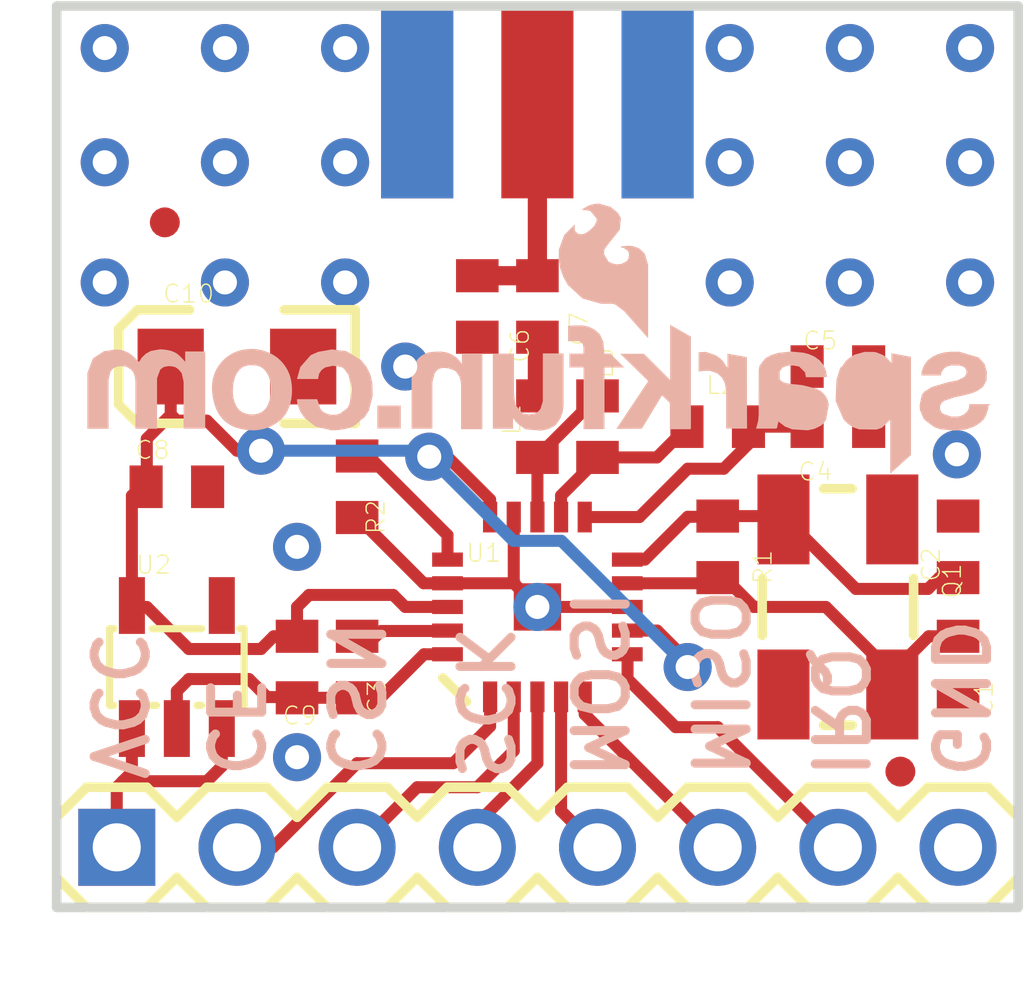
<source format=kicad_pcb>
(kicad_pcb (version 20211014) (generator pcbnew)
  (layers (0 "F.Cu" signal) (31 "B.Cu" signal) (34 "B.Paste" user) (35 "F.Paste" user) (36 "B.SilkS" user "B.Silkscreen") (37 "F.SilkS" user "F.Silkscreen") (38 "B.Mask" user) (39 "F.Mask" user) (44 "Edge.Cuts" user))
  (net 0 "")
  (net 1 "GND")
  (net 2 "VCC")
  (net 3 "N$1")
  (net 4 "N$2")
  (net 5 "N$6")
  (net 6 "N$7")
  (net 7 "N$4")
  (net 8 "N$5")
  (net 9 "ANT")
  (net 10 "N$3")
  (net 11 "N$9")
  (net 12 "CE")
  (net 13 "CSN")
  (net 14 "SCK")
  (net 15 "MOSI")
  (net 16 "MISO")
  (net 17 "IQR")
  (net 18 "RAW")
  (footprint "boardEagle:EIA3216" (layer "F.Cu") (at 142.1511 103.0986 180)
    (fp_text reference "C10" (at 1.589 1.539) (layer "F.SilkS") (effects (font (size 0.376489 0.376489) (thickness 0.029911)) (justify left)))
    (fp_text value "10uF")
    (pad "A" smd rect (at 1.4 0 270) (size 1.6 1.4) (layers "F.Cu" "F.Paste" "F.Mask") (net 2 "VCC"))
    (pad "C" smd rect (at -1.4 0 270) (size 1.6 1.4) (layers "F.Cu" "F.Paste" "F.Mask") (net 1 "GND"))
  )
  (footprint "boardEagle:1X08" (layer "F.Cu") (at 139.6111 113.2586)
    (fp_text reference "JP1" hide)
    (fp_text value "")
    (pad "1" thru_hole rect (at 0 0 90) (size 1.6256 1.6256) (drill 1.016) (layers *.Cu *.Mask) (net 18 "RAW"))
    (pad "2" thru_hole circle (at 2.54 0 90) (size 1.6256 1.6256) (drill 1.016) (layers *.Cu *.Mask) (net 12 "CE"))
    (pad "3" thru_hole circle (at 5.08 0 90) (size 1.6256 1.6256) (drill 1.016) (layers *.Cu *.Mask) (net 13 "CSN"))
    (pad "4" thru_hole circle (at 7.62 0 90) (size 1.6256 1.6256) (drill 1.016) (layers *.Cu *.Mask) (net 14 "SCK"))
    (pad "5" thru_hole circle (at 10.16 0 90) (size 1.6256 1.6256) (drill 1.016) (layers *.Cu *.Mask) (net 15 "MOSI"))
    (pad "6" thru_hole circle (at 12.7 0 90) (size 1.6256 1.6256) (drill 1.016) (layers *.Cu *.Mask) (net 16 "MISO"))
    (pad "7" thru_hole circle (at 15.24 0 90) (size 1.6256 1.6256) (drill 1.016) (layers *.Cu *.Mask) (net 17 "IQR"))
    (pad "8" thru_hole circle (at 17.78 0 90) (size 1.6256 1.6256) (drill 1.016) (layers *.Cu *.Mask) (net 1 "GND"))
  )
  (footprint "boardEagle:C0402" (layer "F.Cu") (at 154.8511 104.3686)
    (fp_text reference "C4" (at -0.8636 0.9525) (layer "F.SilkS") (effects (font (size 0.376489 0.376489) (thickness 0.029911)) (justify left)))
    (fp_text value "2.2nF")
    (pad "1" smd rect (at -0.65 0) (size 0.7 0.9) (layers "F.Cu" "F.Paste" "F.Mask") (net 6 "N$7"))
    (pad "2" smd rect (at 0.65 0) (size 0.7 0.9) (layers "F.Cu" "F.Paste" "F.Mask") (net 1 "GND"))
  )
  (footprint "boardEagle:C0402" (layer "F.Cu") (at 147.2311 101.8286 90)
    (fp_text reference "C6" (at -1.2192 0.9017 90) (layer "F.SilkS") (effects (font (size 0.376489 0.376489) (thickness 0.029911)) (justify left)))
    (fp_text value "1.0pF")
    (pad "1" smd rect (at -0.65 0 90) (size 0.7 0.9) (layers "F.Cu" "F.Paste" "F.Mask") (net 1 "GND"))
    (pad "2" smd rect (at 0.65 0 90) (size 0.7 0.9) (layers "F.Cu" "F.Paste" "F.Mask") (net 9 "ANT"))
  )
  (footprint "boardEagle:CRYSTAL-SMD-5X3" (layer "F.Cu") (at 154.8511 108.1786 90)
    (fp_text reference "Q1" (at 0.1524 2.413 90) (layer "F.SilkS") (effects (font (size 0.376489 0.376489) (thickness 0.029911)) (justify left)))
    (fp_text value "16MHz")
    (pad "1" smd rect (at -1.85 1.15 90) (size 1.9 1.1) (layers "F.Cu" "F.Paste" "F.Mask") (net 3 "N$1"))
    (pad "2" smd rect (at 1.85 1.15 90) (size 1.9 1.1) (layers "F.Cu" "F.Paste" "F.Mask"))
    (pad "3" smd rect (at 1.85 -1.15 90) (size 1.9 1.1) (layers "F.Cu" "F.Paste" "F.Mask") (net 4 "N$2"))
    (pad "4" smd rect (at -1.85 -1.15 90) (size 1.9 1.1) (layers "F.Cu" "F.Paste" "F.Mask"))
  )
  (footprint "boardEagle:C0402" (layer "F.Cu") (at 152.3111 106.9086 90)
    (fp_text reference "R1" (at -0.8128 0.9525 90) (layer "F.SilkS") (effects (font (size 0.376489 0.376489) (thickness 0.029911)) (justify left)))
    (fp_text value "1M")
    (pad "1" smd rect (at -0.65 0 90) (size 0.7 0.9) (layers "F.Cu" "F.Paste" "F.Mask") (net 3 "N$1"))
    (pad "2" smd rect (at 0.65 0 90) (size 0.7 0.9) (layers "F.Cu" "F.Paste" "F.Mask") (net 4 "N$2"))
  )
  (footprint "boardEagle:SMA-EDGE" (layer "F.Cu") (at 151.0403 97.5113 180)
    (fp_text reference "J$1" hide)
    (fp_text value "SMA_EDGE" hide)
    (pad "GND@0" smd rect (at 0 0 180) (size 1.524 4.064) (layers "F.Cu" "F.Mask") (net 1 "GND"))
    (pad "GND@1" smd rect (at 5.08 0 180) (size 1.524 4.064) (layers "F.Cu" "F.Mask") (net 1 "GND"))
    (pad "GND@2" smd rect (at 0 0 180) (size 1.524 4.064) (layers "B.Cu" "B.Paste" "B.Mask") (net 1 "GND"))
    (pad "GND@3" smd rect (at 5.08 0 180) (size 1.524 4.064) (layers "B.Cu" "B.Paste" "B.Mask") (net 1 "GND"))
    (pad "SIG" smd rect (at 2.54 0 180) (size 1.524 4.064) (layers "F.Cu" "F.Mask") (net 9 "ANT"))
  )
  (footprint "boardEagle:C0402" (layer "F.Cu") (at 157.3911 106.9086 90)
    (fp_text reference "C2" (at -0.762 -0.5715 90) (layer "F.SilkS") (effects (font (size 0.376489 0.376489) (thickness 0.029911)) (justify left)))
    (fp_text value "22pF")
    (pad "1" smd rect (at -0.65 0 90) (size 0.7 0.9) (layers "F.Cu" "F.Paste" "F.Mask") (net 4 "N$2"))
    (pad "2" smd rect (at 0.65 0 90) (size 0.7 0.9) (layers "F.Cu" "F.Paste" "F.Mask") (net 1 "GND"))
  )
  (footprint "boardEagle:MICRO-FIDUCIAL" (layer "F.Cu") (at 140.6271 100.0506)
    (fp_text reference "FID2" hide)
    (fp_text value "FIDUCIALUFIDUCIAL" hide)
    (pad "1" smd roundrect (at 0 0) (size 0.635 0.635) (layers "F.Cu" "F.Mask") (roundrect_rratio 0.5))
  )
  (footprint "boardEagle:C0402" (layer "F.Cu") (at 143.4211 109.4486 90)
    (fp_text reference "C9" (at -1.0287 -0.3302) (layer "F.SilkS") (effects (font (size 0.376489 0.376489) (thickness 0.029911)) (justify left)))
    (fp_text value "1nF")
    (pad "1" smd rect (at -0.65 0 90) (size 0.7 0.9) (layers "F.Cu" "F.Paste" "F.Mask") (net 1 "GND"))
    (pad "2" smd rect (at 0.65 0 90) (size 0.7 0.9) (layers "F.Cu" "F.Paste" "F.Mask") (net 2 "VCC"))
  )
  (footprint "boardEagle:C0402" (layer "F.Cu") (at 140.8811 105.6386 180)
    (fp_text reference "C8" (at 0.127 0.7747) (layer "F.SilkS") (effects (font (size 0.376489 0.376489) (thickness 0.029911)) (justify right)))
    (fp_text value "10nF")
    (pad "1" smd rect (at -0.65 0 180) (size 0.7 0.9) (layers "F.Cu" "F.Paste" "F.Mask") (net 1 "GND"))
    (pad "2" smd rect (at 0.65 0 180) (size 0.7 0.9) (layers "F.Cu" "F.Paste" "F.Mask") (net 2 "VCC"))
  )
  (footprint "boardEagle:QFN20" (layer "F.Cu") (at 148.5011 108.1786 90)
    (fp_text reference "U1" (at 1.1417 -0.7365) (layer "F.SilkS") (effects (font (size 0.376489 0.376489) (thickness 0.029911)) (justify right)))
    (fp_text value "NRF24L01SMD")
    (pad "0" smd rect (at 0 0 270) (size 1 1) (layers "F.Cu" "F.Mask") (net 1 "GND"))
    (pad "1" smd rect (at -1.9 -1 90) (size 0.65 0.3) (layers "F.Cu" "F.Mask") (net 12 "CE"))
    (pad "2" smd rect (at -1.9 -0.5 90) (size 0.65 0.3) (layers "F.Cu" "F.Mask") (net 13 "CSN"))
    (pad "3" smd rect (at -1.9 0 90) (size 0.65 0.3) (layers "F.Cu" "F.Mask") (net 14 "SCK"))
    (pad "4" smd rect (at -1.9 0.5 90) (size 0.65 0.3) (layers "F.Cu" "F.Mask") (net 15 "MOSI"))
    (pad "5" smd rect (at -1.9 1 270) (size 0.65 0.3) (layers "F.Cu" "F.Mask") (net 16 "MISO"))
    (pad "6" smd rect (at -1 1.9) (size 0.65 0.3) (layers "F.Cu" "F.Mask") (net 17 "IQR"))
    (pad "7" smd rect (at -0.5 1.9) (size 0.65 0.3) (layers "F.Cu" "F.Mask") (net 2 "VCC"))
    (pad "8" smd rect (at 0 1.9) (size 0.65 0.3) (layers "F.Cu" "F.Mask") (net 1 "GND"))
    (pad "9" smd rect (at 0.5 1.9 180) (size 0.65 0.3) (layers "F.Cu" "F.Mask") (net 3 "N$1"))
    (pad "10" smd rect (at 1 1.9 180) (size 0.65 0.3) (layers "F.Cu" "F.Mask") (net 4 "N$2"))
    (pad "11" smd rect (at 1.9 1 270) (size 0.65 0.3) (layers "F.Cu" "F.Mask") (net 6 "N$7"))
    (pad "12" smd rect (at 1.9 0.5 270) (size 0.65 0.3) (layers "F.Cu" "F.Mask") (net 10 "N$3"))
    (pad "13" smd rect (at 1.9 0 90) (size 0.65 0.3) (layers "F.Cu" "F.Mask") (net 5 "N$6"))
    (pad "14" smd rect (at 1.9 -0.5 90) (size 0.65 0.3) (layers "F.Cu" "F.Mask") (net 1 "GND"))
    (pad "15" smd rect (at 1.9 -1 90) (size 0.65 0.3) (layers "F.Cu" "F.Mask") (net 2 "VCC"))
    (pad "16" smd rect (at 1 -1.9 180) (size 0.65 0.3) (layers "F.Cu" "F.Mask") (net 7 "N$4"))
    (pad "17" smd rect (at 0.5 -1.9) (size 0.65 0.3) (layers "F.Cu" "F.Mask") (net 1 "GND"))
    (pad "18" smd rect (at 0 -1.9 180) (size 0.65 0.3) (layers "F.Cu" "F.Mask") (net 2 "VCC"))
    (pad "19" smd rect (at -0.5 -1.9 180) (size 0.65 0.3) (layers "F.Cu" "F.Mask") (net 8 "N$5"))
    (pad "20" smd rect (at -1 -1.9 180) (size 0.65 0.3) (layers "F.Cu" "F.Mask") (net 1 "GND"))
  )
  (footprint "boardEagle:C0402" (layer "F.Cu") (at 144.6911 105.6386 -90)
    (fp_text reference "R2" (at 0.254 -0.3937 90) (layer "F.SilkS") (effects (font (size 0.376489 0.376489) (thickness 0.029911)) (justify right)))
    (fp_text value "22K")
    (pad "1" smd rect (at -0.65 0 270) (size 0.7 0.9) (layers "F.Cu" "F.Paste" "F.Mask") (net 7 "N$4"))
    (pad "2" smd rect (at 0.65 0 270) (size 0.7 0.9) (layers "F.Cu" "F.Paste" "F.Mask") (net 1 "GND"))
  )
  (footprint "boardEagle:C0402" (layer "F.Cu") (at 154.8511 103.0986)
    (fp_text reference "C5" (at -0.762 -0.5461) (layer "F.SilkS") (effects (font (size 0.376489 0.376489) (thickness 0.029911)) (justify left)))
    (fp_text value "4.7pF")
    (pad "1" smd rect (at -0.65 0) (size 0.7 0.9) (layers "F.Cu" "F.Paste" "F.Mask") (net 6 "N$7"))
    (pad "2" smd rect (at 0.65 0) (size 0.7 0.9) (layers "F.Cu" "F.Paste" "F.Mask") (net 1 "GND"))
  )
  (footprint "boardEagle:SOT23-5" (layer "F.Cu") (at 140.8811 109.4486)
    (fp_text reference "U2" (at -0.889 -2.159) (layer "F.SilkS") (effects (font (size 0.376489 0.376489) (thickness 0.029911)) (justify left)))
    (fp_text value "V_REG_LDOSMD")
    (pad "1" smd rect (at -0.95 1.3001) (size 0.55 1.2) (layers "F.Cu" "F.Paste" "F.Mask") (net 18 "RAW"))
    (pad "2" smd rect (at 0 1.3001) (size 0.55 1.2) (layers "F.Cu" "F.Paste" "F.Mask") (net 1 "GND"))
    (pad "3" smd rect (at 0.95 1.3001) (size 0.55 1.2) (layers "F.Cu" "F.Paste" "F.Mask") (net 18 "RAW"))
    (pad "4" smd rect (at 0.95 -1.3001) (size 0.55 1.2) (layers "F.Cu" "F.Paste" "F.Mask"))
    (pad "5" smd rect (at -0.95 -1.3001) (size 0.55 1.2) (layers "F.Cu" "F.Paste" "F.Mask") (net 2 "VCC"))
  )
  (footprint "boardEagle:C0402" (layer "F.Cu") (at 157.3911 109.4486 -90)
    (fp_text reference "C1" (at 0.2794 -0.5461 90) (layer "F.SilkS") (effects (font (size 0.376489 0.376489) (thickness 0.029911)) (justify right)))
    (fp_text value "22pF")
    (pad "1" smd rect (at -0.65 0 270) (size 0.7 0.9) (layers "F.Cu" "F.Paste" "F.Mask") (net 3 "N$1"))
    (pad "2" smd rect (at 0.65 0 270) (size 0.7 0.9) (layers "F.Cu" "F.Paste" "F.Mask") (net 1 "GND"))
  )
  (footprint "boardEagle:C0402" (layer "F.Cu") (at 144.6911 109.4486 -90)
    (fp_text reference "C3" (at 0.254 -0.4191 90) (layer "F.SilkS") (effects (font (size 0.376489 0.376489) (thickness 0.029911)) (justify right)))
    (fp_text value "33nF")
    (pad "1" smd rect (at -0.65 0 270) (size 0.7 0.9) (layers "F.Cu" "F.Paste" "F.Mask") (net 8 "N$5"))
    (pad "2" smd rect (at 0.65 0 270) (size 0.7 0.9) (layers "F.Cu" "F.Paste" "F.Mask") (net 1 "GND"))
  )
  (footprint "boardEagle:C0402" (layer "F.Cu") (at 152.3111 104.3686 180)
    (fp_text reference "L2" (at -0.4318 0.8763) (layer "F.SilkS") (effects (font (size 0.376489 0.376489) (thickness 0.029911)) (justify right)))
    (fp_text value "2.7nH")
    (pad "1" smd rect (at -0.65 0 180) (size 0.7 0.9) (layers "F.Cu" "F.Paste" "F.Mask") (net 6 "N$7"))
    (pad "2" smd rect (at 0.65 0 180) (size 0.7 0.9) (layers "F.Cu" "F.Paste" "F.Mask") (net 10 "N$3"))
  )
  (footprint "boardEagle:C0402" (layer "F.Cu") (at 148.5011 104.3686 90)
    (fp_text reference "L1" (at -0.2032 -0.5461 90) (layer "F.SilkS") (effects (font (size 0.376489 0.376489) (thickness 0.029911)) (justify left)))
    (fp_text value "3.9nH")
    (pad "1" smd rect (at -0.65 0 90) (size 0.7 0.9) (layers "F.Cu" "F.Paste" "F.Mask") (net 5 "N$6"))
    (pad "2" smd rect (at 0.65 0 90) (size 0.7 0.9) (layers "F.Cu" "F.Paste" "F.Mask") (net 11 "N$9"))
  )
  (footprint "boardEagle:C0402" (layer "F.Cu") (at 148.5011 101.8286 90)
    (fp_text reference "C7" (at -0.8636 0.8763 90) (layer "F.SilkS") (effects (font (size 0.376489 0.376489) (thickness 0.029911)) (justify left)))
    (fp_text value "1.5pF")
    (pad "1" smd rect (at -0.65 0 90) (size 0.7 0.9) (layers "F.Cu" "F.Paste" "F.Mask") (net 11 "N$9"))
    (pad "2" smd rect (at 0.65 0 90) (size 0.7 0.9) (layers "F.Cu" "F.Paste" "F.Mask") (net 9 "ANT"))
  )
  (footprint "boardEagle:C0402" (layer "F.Cu") (at 149.7711 104.3686 90)
    (fp_text reference "L3" (at 0.9906 0.1397 90) (layer "F.SilkS") (effects (font (size 0.376489 0.376489) (thickness 0.029911)) (justify left)))
    (fp_text value "8.2nH")
    (pad "1" smd rect (at -0.65 0 90) (size 0.7 0.9) (layers "F.Cu" "F.Paste" "F.Mask") (net 10 "N$3"))
    (pad "2" smd rect (at 0.65 0 90) (size 0.7 0.9) (layers "F.Cu" "F.Paste" "F.Mask") (net 5 "N$6"))
  )
  (footprint "boardEagle:MICRO-FIDUCIAL" (layer "F.Cu") (at 156.1719 111.6584)
    (fp_text reference "FID1" hide)
    (fp_text value "FIDUCIALUFIDUCIAL" hide)
    (pad "1" smd roundrect (at 0 0) (size 0.635 0.635) (layers "F.Cu" "F.Mask") (roundrect_rratio 0.5))
  )
  (footprint "boardEagle:SFE-NEW-WEBLOGO" (layer "B.Cu") (at 158.0391 105.3526 180)
    (fp_text reference "U$5" hide)
    (fp_text value "LOGO-SFENEW" hide)
  )
  (gr_line (start 138.3411 95.4786) (end 138.3411 114.5286) (layer "Edge.Cuts") (width 0.2032))
  (gr_line (start 158.6611 114.5286) (end 158.6611 95.4786) (layer "Edge.Cuts") (width 0.2032))
  (gr_line (start 158.6611 95.4786) (end 138.3411 95.4786) (layer "Edge.Cuts") (width 0.2032))
  (gr_line (start 138.3411 114.5286) (end 158.6611 114.5286) (layer "Edge.Cuts") (width 0.2032))
  (gr_text "MOSI" (at 149.1351 111.8936 -90) (layer "B.SilkS") (effects (font (size 1.0795 1.0795) (thickness 0.1905)) (justify left bottom mirror)))
  (gr_text "GND" (at 156.7711 111.8776 -90) (layer "B.SilkS") (effects (font (size 1.0795 1.0795) (thickness 0.1905)) (justify left bottom mirror)))
  (gr_text "IRQ" (at 154.2311 111.8776 -90) (layer "B.SilkS") (effects (font (size 1.0795 1.0795) (thickness 0.1905)) (justify left bottom mirror)))
  (gr_text "VCC" (at 138.9911 111.9256 -90) (layer "B.SilkS") (effects (font (size 1.0795 1.0795) (thickness 0.1905)) (justify left bottom mirror)))
  (gr_text "MISO" (at 151.6911 111.8616 -90) (layer "B.SilkS") (effects (font (size 1.0795 1.0795) (thickness 0.1905)) (justify left bottom mirror)))
  (gr_text "CSN" (at 143.9921 111.8626 -90) (layer "B.SilkS") (effects (font (size 1.0795 1.0795) (thickness 0.1905)) (justify left bottom mirror)))
  (gr_text "SCK" (at 146.7221 111.9256 -90) (layer "B.SilkS") (effects (font (size 1.0795 1.0795) (thickness 0.1905)) (justify left bottom mirror)))
  (gr_text "CE" (at 141.4521 111.8626 -90) (layer "B.SilkS") (effects (font (size 1.0795 1.0795) (thickness 0.1905)) (justify left bottom mirror)))
  (segment (start 146.6011 109.1786) (end 146.4525 109.178) (width 0.2032) (layer "F.Cu") (net 1))
  (segment (start 146.6011 107.6786) (end 146.4617 107.678) (width 0.2032) (layer "F.Cu") (net 1))
  (segment (start 148.0011 107.6532) (end 148.0011 106.2786) (width 0.254) (layer "F.Cu") (net 1))
  (segment (start 140.8811 109.9566) (end 141.1351 109.7026) (width 0.254) (layer "F.Cu") (net 1))
  (segment (start 148.0105 107.6786) (end 148.0185 107.6706) (width 0.254) (layer "F.Cu") (net 1))
  (segment (start 146.0955 107.678) (end 144.6911 106.2736) (width 0.254) (layer "F.Cu") (net 1))
  (segment (start 148.0011 107.6786) (end 148.0105 107.6786) (width 0.254) (layer "F.Cu") (net 1))
  (segment (start 146.4617 107.678) (end 146.0955 107.678) (width 0.254) (layer "F.Cu") (net 1))
  (segment (start 148.0185 107.6706) (end 148.0011 107.6532) (width 0.254) (layer "F.Cu") (net 1))
  (segment (start 145.1991 110.0836) (end 146.1041 109.1786) (width 0.254) (layer "F.Cu") (net 1))
  (segment (start 142.7861 110.0836) (end 143.4211 110.0836) (width 0.254) (layer "F.Cu") (net 1))
  (segment (start 141.1351 109.7026) (end 142.4051 109.7026) (width 0.254) (layer "F.Cu") (net 1))
  (segment (start 148.5011 108.1786) (end 148.4757 108.204) (width 0.254) (layer "F.Cu") (net 1))
  (segment (start 146.4525 109.178) (end 146.4691 109.1946) (width 0.2032) (layer "F.Cu") (net 1))
  (segment (start 144.6761 110.0986) (end 144.6911 110.0836) (width 0.254) (layer "F.Cu") (net 1))
  (segment (start 146.1041 109.1786) (end 146.6011 109.1786) (width 0.254) (layer "F.Cu") (net 1))
  (segment (start 143.4211 110.0986) (end 144.6761 110.0986) (width 0.254) (layer "F.Cu") (net 1))
  (segment (start 155.5011 103.0986) (end 155.5011 104.3536) (width 0.254) (layer "F.Cu") (net 1))
  (segment (start 155.4861 104.3686) (end 155.5011 104.3686) (width 0.254) (layer "F.Cu") (net 1))
  (segment (start 146.6011 107.6786) (end 148.0011 107.6786) (width 0.254) (layer "F.Cu") (net 1))
  (segment (start 140.8811 110.7487) (end 140.8811 109.9566) (width 0.254) (layer "F.Cu") (net 1))
  (segment (start 144.6911 106.2736) (end 144.6911 106.2886) (width 0.254) (layer "F.Cu") (net 1))
  (segment (start 143.4211 110.0836) (end 143.4211 110.0986) (width 0.254) (layer "F.Cu") (net 1))
  (segment (start 144.6911 110.0836) (end 144.6911 110.0986) (width 0.254) (layer "F.Cu") (net 1))
  (segment (start 148.0011 107.6786) (end 148.5011 108.1786) (width 0.254) (layer "F.Cu") (net 1))
  (segment (start 148.5011 108.1786) (end 150.4011 108.1786) (width 0.254) (layer "F.Cu") (net 1))
  (segment (start 155.5011 104.3536) (end 155.4861 104.3686) (width 0.254) (layer "F.Cu") (net 1))
  (segment (start 144.6911 110.0836) (end 145.1991 110.0836) (width 0.254) (layer "F.Cu") (net 1))
  (segment (start 142.4051 109.7026) (end 142.7861 110.0836) (width 0.254) (layer "F.Cu") (net 1))
  (segment (start 146.4617 107.678) (end 146.4691 107.6706) (width 0.2032) (layer "F.Cu") (net 1))
  (via (at 155.1051 98.7806) (size 1.016) (drill 0.508) (layers "F.Cu" "B.Cu") (net 1))
  (via (at 141.8971 96.3676) (size 1.016) (drill 0.508) (layers "F.Cu" "B.Cu") (net 1))
  (via (at 141.8971 101.3206) (size 1.016) (drill 0.508) (layers "F.Cu" "B.Cu") (net 1))
  (via (at 144.4371 101.3206) (size 1.016) (drill 0.508) (layers "F.Cu" "B.Cu") (net 1))
  (via (at 139.3571 98.7806) (size 1.016) (drill 0.508) (layers "F.Cu" "B.Cu") (net 1))
  (via (at 143.4211 111.3536) (size 1.016) (drill 0.508) (layers "F.Cu" "B.Cu") (net 1))
  (via (at 157.6451 96.3676) (size 1.016) (drill 0.508) (layers "F.Cu" "B.Cu") (net 1))
  (via (at 145.7071 103.0986) (size 1.016) (drill 0.508) (layers "F.Cu" "B.Cu") (net 1))
  (via (at 157.6451 98.7806) (size 1.016) (drill 0.508) (layers "F.Cu" "B.Cu") (net 1))
  (via (at 152.5651 96.3676) (size 1.016) (drill 0.508) (layers "F.Cu" "B.Cu") (net 1))
  (via (at 139.3571 101.3206) (size 1.016) (drill 0.508) (layers "F.Cu" "B.Cu") (net 1))
  (via (at 152.5651 98.7806) (size 1.016) (drill 0.508) (layers "F.Cu" "B.Cu") (net 1))
  (via (at 144.4371 96.3676) (size 1.016) (drill 0.508) (layers "F.Cu" "B.Cu") (net 1))
  (via (at 155.1051 101.3206) (size 1.016) (drill 0.508) (layers "F.Cu" "B.Cu") (net 1))
  (via (at 152.5651 101.3206) (size 1.016) (drill 0.508) (layers "F.Cu" "B.Cu") (net 1))
  (via (at 141.8971 98.7806) (size 1.016) (drill 0.508) (layers "F.Cu" "B.Cu") (net 1))
  (via (at 157.6451 101.3206) (size 1.016) (drill 0.508) (layers "F.Cu" "B.Cu") (net 1))
  (via (at 155.1051 96.3676) (size 1.016) (drill 0.508) (layers "F.Cu" "B.Cu") (net 1))
  (via (at 144.4371 98.7806) (size 1.016) (drill 0.508) (layers "F.Cu" "B.Cu") (net 1))
  (via (at 143.4211 106.9086) (size 1.016) (drill 0.508) (layers "F.Cu" "B.Cu") (net 1))
  (via (at 148.5011 108.1786) (size 1.016) (drill 0.508) (layers "F.Cu" "B.Cu") (net 1))
  (via (at 139.3571 96.3676) (size 1.016) (drill 0.508) (layers "F.Cu" "B.Cu") (net 1))
  (via (at 157.3657 104.9528) (size 1.016) (drill 0.508) (layers "F.Cu" "B.Cu") (net 1))
  (segment (start 140.2461 105.6386) (end 140.2461 104.6226) (width 0.254) (layer "F.Cu") (net 2))
  (segment (start 142.1511 104.8766) (end 142.6591 104.8766) (width 0.254) (layer "F.Cu") (net 2))
  (segment (start 140.2311 105.5266) (end 140.2311 105.6386) (width 0.254) (layer "F.Cu") (net 2))
  (segment (start 142.9281 108.7986) (end 143.4211 108.7986) (width 0.254) (layer "F.Cu") (net 2))
  (segment (start 151.6761 109.3216) (end 151.0331 108.6786) (width 0.254) (layer "F.Cu") (net 2))
  (segment (start 143.4211 108.7986) (end 143.4361 108.7986) (width 0.254) (layer "F.Cu") (net 2))
  (segment (start 147.5011 105.9086) (end 147.5011 106.2786) (width 0.254) (layer "F.Cu") (net 2))
  (segment (start 142.6591 109.0676) (end 142.9281 108.7986) (width 0.254) (layer "F.Cu") (net 2))
  (segment (start 151.6761 109.4486) (end 151.6761 109.3216) (width 0.254) (layer "F.Cu") (net 2))
  (segment (start 151.0331 108.6786) (end 150.4011 108.6786) (width 0.254) (layer "F.Cu") (net 2))
  (segment (start 143.4211 108.7986) (end 143.4211 108.8136) (width 0.254) (layer "F.Cu") (net 2))
  (segment (start 139.9921 108.1786) (end 140.2461 108.1786) (width 0.254) (layer "F.Cu") (net 2))
  (segment (start 140.2311 105.6386) (end 140.2461 105.6386) (width 0.254) (layer "F.Cu") (net 2))
  (segment (start 146.2151 105.0036) (end 146.5961 105.0036) (width 0.254) (layer "F.Cu") (net 2))
  (segment (start 140.7511 104.1176) (end 140.7541 104.1146) (width 0.254) (layer "F.Cu") (net 2))
  (segment (start 139.962 108.1485) (end 139.9921 108.1786) (width 0.254) (layer "F.Cu") (net 2))
  (segment (start 141.1351 109.0676) (end 142.6591 109.0676) (width 0.254) (layer "F.Cu") (net 2))
  (segment (start 140.8811 104.2416) (end 141.5161 104.2416) (width 0.254) (layer "F.Cu") (net 2))
  (segment (start 140.7511 104.1176) (end 140.7511 103.0986) (width 0.254) (layer "F.Cu") (net 2))
  (segment (start 145.7071 108.1786) (end 146.6011 108.1786) (width 0.254) (layer "F.Cu") (net 2))
  (segment (start 139.9311 108.1485) (end 139.9311 105.8266) (width 0.254) (layer "F.Cu") (net 2))
  (segment (start 139.9311 105.8266) (end 140.2311 105.5266) (width 0.254) (layer "F.Cu") (net 2))
  (segment (start 139.9311 108.1485) (end 139.962 108.1485) (width 0.254) (layer "F.Cu") (net 2))
  (segment (start 143.6751 107.9246) (end 145.4531 107.9246) (width 0.254) (layer "F.Cu") (net 2))
  (segment (start 143.4211 108.1786) (end 143.6751 107.9246) (width 0.254) (layer "F.Cu") (net 2))
  (segment (start 150.4011 108.6786) (end 150.5245 108.678) (width 0.2032) (layer "F.Cu") (net 2))
  (segment (start 143.4211 108.7986) (end 143.4211 108.1786) (width 0.254) (layer "F.Cu") (net 2))
  (segment (start 140.2311 105.5266) (end 140.2461 105.5116) (width 0.254) (layer "F.Cu") (net 2))
  (segment (start 145.4531 107.9246) (end 145.7071 108.1786) (width 0.254) (layer "F.Cu") (net 2))
  (segment (start 141.5161 104.2416) (end 142.1511 104.8766) (width 0.254) (layer "F.Cu") (net 2))
  (segment (start 140.2461 104.6226) (end 140.7511 104.1176) (width 0.254) (layer "F.Cu") (net 2))
  (segment (start 140.7541 104.1146) (end 140.8811 104.2416) (width 0.254) (layer "F.Cu") (net 2))
  (segment (start 146.5961 105.0036) (end 147.5011 105.9086) (width 0.254) (layer "F.Cu") (net 2))
  (segment (start 140.2461 108.1786) (end 141.1351 109.0676) (width 0.254) (layer "F.Cu") (net 2))
  (via (at 142.6591 104.8766) (size 1.016) (drill 0.508) (layers "F.Cu" "B.Cu") (net 2))
  (via (at 151.6761 109.4486) (size 1.016) (drill 0.508) (layers "F.Cu" "B.Cu") (net 2))
  (via (at 146.2151 105.0036) (size 1.016) (drill 0.508) (layers "F.Cu" "B.Cu") (net 2))
  (segment (start 146.0881 104.8766) (end 146.2151 105.0036) (width 0.254) (layer "B.Cu") (net 2))
  (segment (start 149.0091 106.7816) (end 151.6761 109.4486) (width 0.254) (layer "B.Cu") (net 2))
  (segment (start 147.9931 106.7816) (end 149.0091 106.7816) (width 0.254) (layer "B.Cu") (net 2))
  (segment (start 146.2151 105.0036) (end 147.9931 106.7816) (width 0.254) (layer "B.Cu") (net 2))
  (segment (start 142.6591 104.8766) (end 146.0881 104.8766) (width 0.254) (layer "B.Cu") (net 2))
  (segment (start 152.4531 107.5586) (end 153.0731 108.1786) (width 0.254) (layer "F.Cu") (net 3))
  (segment (start 155.9941 109.5756) (end 155.9941 109.9566) (width 0.254) (layer "F.Cu") (net 3))
  (segment (start 155.9941 109.5756) (end 156.7711 108.7986) (width 0.254) (layer "F.Cu") (net 3))
  (segment (start 155.9941 109.9566) (end 156.0011 109.9636) (width 0.254) (layer "F.Cu") (net 3))
  (segment (start 156.7711 108.7986) (end 157.3911 108.7986) (width 0.254) (layer "F.Cu") (net 3))
  (segment (start 152.1767 107.678) (end 152.3111 107.5436) (width 0.254) (layer "F.Cu") (net 3))
  (segment (start 154.5971 108.1786) (end 155.9941 109.5756) (width 0.254) (layer "F.Cu") (net 3))
  (segment (start 152.3111 107.5436) (end 152.3111 107.5586) (width 0.254) (layer "F.Cu") (net 3))
  (segment (start 150.4011 107.6786) (end 150.5405 107.678) (width 0.2032) (layer "F.Cu") (net 3))
  (segment (start 152.3111 107.5586) (end 152.4531 107.5586) (width 0.254) (layer "F.Cu") (net 3))
  (segment (start 153.0731 108.1786) (end 154.5971 108.1786) (width 0.254) (layer "F.Cu") (net 3))
  (segment (start 156.0011 109.9636) (end 156.0011 110.0286) (width 0.254) (layer "F.Cu") (net 3))
  (segment (start 150.5405 107.678) (end 152.1767 107.678) (width 0.254) (layer "F.Cu") (net 3))
  (segment (start 153.7081 106.2736) (end 155.2321 107.7976) (width 0.254) (layer "F.Cu") (net 4))
  (segment (start 153.7011 106.2806) (end 153.7011 106.3286) (width 0.254) (layer "F.Cu") (net 4))
  (segment (start 152.3111 106.2736) (end 152.3111 106.2586) (width 0.254) (layer "F.Cu") (net 4))
  (segment (start 156.9951 107.5586) (end 157.3911 107.5586) (width 0.254) (layer "F.Cu") (net 4))
  (segment (start 155.2321 107.7976) (end 156.7561 107.7976) (width 0.254) (layer "F.Cu") (net 4))
  (segment (start 151.6761 106.2736) (end 152.3111 106.2736) (width 0.254) (layer "F.Cu") (net 4))
  (segment (start 152.3111 106.2586) (end 153.6931 106.2586) (width 0.254) (layer "F.Cu") (net 4))
  (segment (start 156.7561 107.7976) (end 156.9951 107.5586) (width 0.254) (layer "F.Cu") (net 4))
  (segment (start 153.7081 106.2736) (end 153.7011 106.2806) (width 0.254) (layer "F.Cu") (net 4))
  (segment (start 150.7711 107.1786) (end 151.6761 106.2736) (width 0.254) (layer "F.Cu") (net 4))
  (segment (start 150.4011 107.1786) (end 150.7711 107.1786) (width 0.254) (layer "F.Cu") (net 4))
  (segment (start 153.6931 106.2586) (end 153.7081 106.2736) (width 0.254) (layer "F.Cu") (net 4))
  (segment (start 148.5011 106.2786) (end 148.5011 105.0186) (width 0.254) (layer "F.Cu") (net 5))
  (segment (start 148.5011 105.0186) (end 148.5011 105.0036) (width 0.254) (layer "F.Cu") (net 5))
  (segment (start 149.7711 103.7336) (end 149.7711 103.7186) (width 0.254) (layer "F.Cu") (net 5))
  (segment (start 148.5011 105.0036) (end 149.7711 103.7336) (width 0.254) (layer "F.Cu") (net 5))
  (segment (start 152.9611 104.3686) (end 154.2011 104.3686) (width 0.254) (layer "F.Cu") (net 6))
  (segment (start 154.2161 104.2416) (end 154.2011 104.2266) (width 0.254) (layer "F.Cu") (net 6))
  (segment (start 152.9461 104.7496) (end 152.9461 104.3686) (width 0.254) (layer "F.Cu") (net 6))
  (segment (start 152.4381 105.2576) (end 152.9461 104.7496) (width 0.254) (layer "F.Cu") (net 6))
  (segment (start 154.2011 104.3686) (end 154.2161 104.3686) (width 0.254) (layer "F.Cu") (net 6))
  (segment (start 150.6551 106.2786) (end 151.6761 105.2576) (width 0.254) (layer "F.Cu") (net 6))
  (segment (start 154.2011 104.2266) (end 154.2011 103.0986) (width 0.254) (layer "F.Cu") (net 6))
  (segment (start 152.9461 104.3686) (end 152.9611 104.3686) (width 0.254) (layer "F.Cu") (net 6))
  (segment (start 151.6761 105.2576) (end 152.4381 105.2576) (width 0.254) (layer "F.Cu") (net 6))
  (segment (start 154.2011 104.2566) (end 154.2161 104.2416) (width 0.254) (layer "F.Cu") (net 6))
  (segment (start 149.5011 106.2786) (end 150.6551 106.2786) (width 0.254) (layer "F.Cu") (net 6))
  (segment (start 154.2011 104.3686) (end 154.2011 104.2566) (width 0.254) (layer "F.Cu") (net 6))
  (segment (start 144.9451 105.0036) (end 144.6911 105.0036) (width 0.254) (layer "F.Cu") (net 7))
  (segment (start 146.6011 107.1786) (end 146.6011 106.6596) (width 0.254) (layer "F.Cu") (net 7))
  (segment (start 144.6911 105.0036) (end 144.6911 104.9886) (width 0.254) (layer "F.Cu") (net 7))
  (segment (start 146.6011 106.6596) (end 144.9451 105.0036) (width 0.254) (layer "F.Cu") (net 7))
  (segment (start 146.4605 108.678) (end 146.6011 108.6786) (width 0.2032) (layer "F.Cu") (net 8))
  (segment (start 146.4691 108.6866) (end 146.4605 108.678) (width 0.2032) (layer "F.Cu") (net 8))
  (segment (start 144.6911 108.7986) (end 144.8331 109.0526) (width 0.2032) (layer "F.Cu") (net 8))
  (segment (start 144.8331 109.0526) (end 145.1991 108.6866) (width 0.254) (layer "F.Cu") (net 8))
  (segment (start 145.1991 108.6866) (end 146.4691 108.6866) (width 0.254) (layer "F.Cu") (net 8))
  (segment (start 148.5011 97.5106) (end 148.5004 97.5113) (width 0.254) (layer "F.Cu") (net 9))
  (segment (start 148.4861 101.1786) (end 148.5011 101.1936) (width 0.254) (layer "F.Cu") (net 9))
  (segment (start 148.5004 97.5113) (end 148.5003 97.5113) (width 0.254) (layer "F.Cu") (net 9))
  (segment (start 148.5011 101.1936) (end 148.5011 101.1786) (width 0.254) (layer "F.Cu") (net 9))
  (segment (start 148.5011 101.1786) (end 148.5011 97.5106) (width 0.4064) (layer "F.Cu") (net 9))
  (segment (start 147.2311 101.1786) (end 148.4861 101.1786) (width 0.4064) (layer "F.Cu") (net 9))
  (segment (start 151.6761 104.3686) (end 151.6611 104.3686) (width 0.254) (layer "F.Cu") (net 10))
  (segment (start 149.0011 106.2786) (end 149.0011 105.8244) (width 0.254) (layer "F.Cu") (net 10))
  (segment (start 151.0261 105.0186) (end 151.6761 104.3686) (width 0.254) (layer "F.Cu") (net 10))
  (segment (start 149.7711 105.0186) (end 151.0261 105.0186) (width 0.254) (layer "F.Cu") (net 10))
  (segment (start 149.7711 105.0544) (end 149.7711 105.0186) (width 0.254) (layer "F.Cu") (net 10))
  (segment (start 149.0011 105.8244) (end 149.7711 105.0544) (width 0.254) (layer "F.Cu") (net 10))
  (segment (start 148.5011 103.7186) (end 148.5011 102.4786) (width 0.4064) (layer "F.Cu") (net 11))
  (segment (start 142.1511 113.2586) (end 142.9131 113.2586) (width 0.254) (layer "F.Cu") (net 12))
  (segment (start 147.2311 110.9726) (end 147.2464 110.9573) (width 0.254) (layer "F.Cu") (net 12))
  (segment (start 142.9131 113.2586) (end 144.6911 111.4806) (width 0.254) (layer "F.Cu") (net 12))
  (segment (start 146.7231 111.4806) (end 147.2311 110.9726) (width 0.254) (layer "F.Cu") (net 12))
  (segment (start 147.5011 110.7026) (end 147.5011 110.0786) (width 0.254) (layer "F.Cu") (net 12))
  (segment (start 147.2311 110.9726) (end 147.5011 110.7026) (width 0.254) (layer "F.Cu") (net 12))
  (segment (start 144.6911 111.4806) (end 146.7231 111.4806) (width 0.254) (layer "F.Cu") (net 12))
  (segment (start 144.6911 113.2586) (end 145.9611 111.9886) (width 0.254) (layer "F.Cu") (net 13))
  (segment (start 147.7391 111.4806) (end 148.0011 111.2186) (width 0.254) (layer "F.Cu") (net 13))
  (segment (start 147.7391 111.4806) (end 147.7464 111.4733) (width 0.254) (layer "F.Cu") (net 13))
  (segment (start 148.0011 111.2186) (end 148.0011 110.0786) (width 0.254) (layer "F.Cu") (net 13))
  (segment (start 147.2311 111.9886) (end 147.7391 111.4806) (width 0.254) (layer "F.Cu") (net 13))
  (segment (start 145.9611 111.9886) (end 147.2311 111.9886) (width 0.254) (layer "F.Cu") (net 13))
  (segment (start 147.2311 112.7506) (end 148.5011 111.4806) (width 0.254) (layer "F.Cu") (net 14))
  (segment (start 148.5011 111.4806) (end 148.5011 110.0786) (width 0.254) (layer "F.Cu") (net 14))
  (segment (start 147.2311 113.2586) (end 147.2311 112.7506) (width 0.254) (layer "F.Cu") (net 14))
  (segment (start 149.7711 113.2586) (end 149.0011 112.4886) (width 0.254) (layer "F.Cu") (net 15))
  (segment (start 149.0011 112.4886) (end 149.0011 110.0786) (width 0.254) (layer "F.Cu") (net 15))
  (segment (start 149.5011 110.0786) (end 149.5011 110.4486) (width 0.254) (layer "F.Cu") (net 16))
  (segment (start 149.5011 110.4486) (end 152.3111 113.2586) (width 0.254) (layer "F.Cu") (net 16))
  (segment (start 150.4061 109.7026) (end 150.4061 109.1946) (width 0.254) (layer "F.Cu") (net 17))
  (segment (start 150.4061 109.7026) (end 151.4221 110.7186) (width 0.254) (layer "F.Cu") (net 17))
  (segment (start 150.4061 109.1946) (end 150.4011 109.1896) (width 0.254) (layer "F.Cu") (net 17))
  (segment (start 150.4011 109.1896) (end 150.4011 109.1786) (width 0.254) (layer "F.Cu") (net 17))
  (segment (start 151.4221 110.7186) (end 152.3111 110.7186) (width 0.254) (layer "F.Cu") (net 17))
  (segment (start 152.3111 110.7186) (end 154.8511 113.2586) (width 0.254) (layer "F.Cu") (net 17))
  (segment (start 141.5161 111.8616) (end 141.8311 111.5466) (width 0.254) (layer "F.Cu") (net 18))
  (segment (start 139.6111 113.2586) (end 139.6111 111.9886) (width 0.254) (layer "F.Cu") (net 18))
  (segment (start 139.6111 111.9886) (end 139.7381 111.8616) (width 0.254) (layer "F.Cu") (net 18))
  (segment (start 141.8311 111.5466) (end 141.8311 110.7487) (width 0.254) (layer "F.Cu") (net 18))
  (segment (start 139.7381 111.8616) (end 139.9311 111.6686) (width 0.254) (layer "F.Cu") (net 18))
  (segment (start 139.9311 111.6686) (end 139.9311 110.7487) (width 0.254) (layer "F.Cu") (net 18))
  (segment (start 139.7381 111.8616) (end 141.5161 111.8616) (width 0.254) (layer "F.Cu") (net 18))
)
</source>
